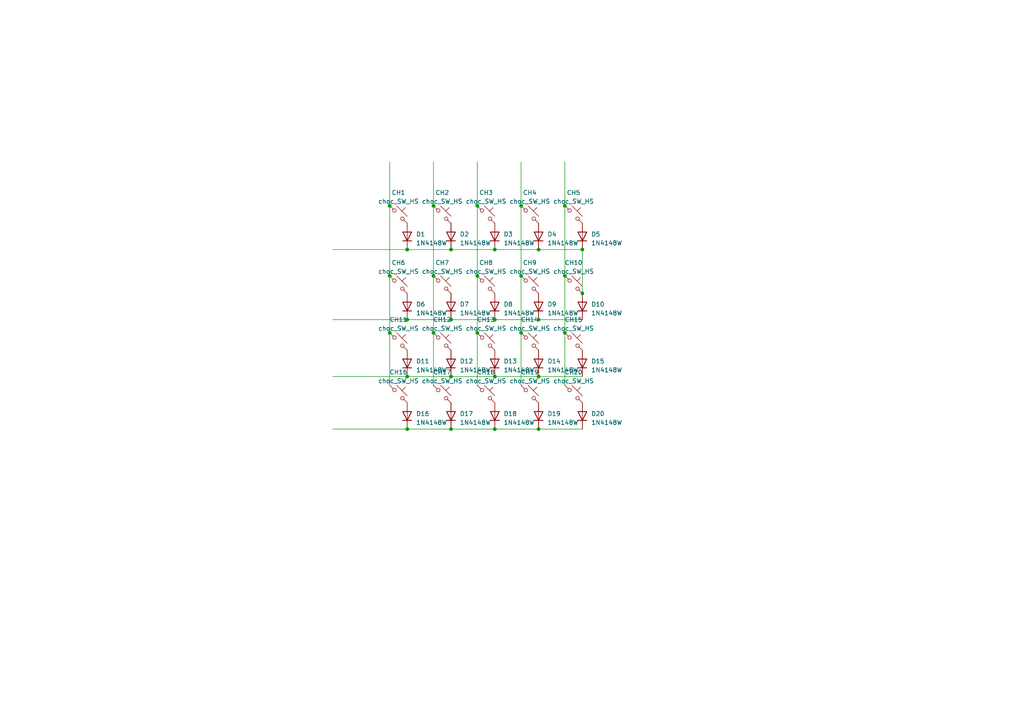
<source format=kicad_sch>
(kicad_sch (version 20230121) (generator eeschema)

  (uuid 421608ca-9a3c-4d1b-b2b5-d6b876052075)

  (paper "A4")

  (lib_symbols
    (symbol "Diode:1N4148W" (pin_numbers hide) (pin_names hide) (in_bom yes) (on_board yes)
      (property "Reference" "D" (at 0 2.54 0)
        (effects (font (size 1.27 1.27)))
      )
      (property "Value" "1N4148W" (at 0 -2.54 0)
        (effects (font (size 1.27 1.27)))
      )
      (property "Footprint" "Diode_SMD:D_SOD-123" (at 0 -4.445 0)
        (effects (font (size 1.27 1.27)) hide)
      )
      (property "Datasheet" "https://www.vishay.com/docs/85748/1n4148w.pdf" (at 0 0 0)
        (effects (font (size 1.27 1.27)) hide)
      )
      (property "Sim.Device" "D" (at 0 0 0)
        (effects (font (size 1.27 1.27)) hide)
      )
      (property "Sim.Pins" "1=K 2=A" (at 0 0 0)
        (effects (font (size 1.27 1.27)) hide)
      )
      (property "ki_keywords" "diode" (at 0 0 0)
        (effects (font (size 1.27 1.27)) hide)
      )
      (property "ki_description" "75V 0.15A Fast Switching Diode, SOD-123" (at 0 0 0)
        (effects (font (size 1.27 1.27)) hide)
      )
      (property "ki_fp_filters" "D*SOD?123*" (at 0 0 0)
        (effects (font (size 1.27 1.27)) hide)
      )
      (symbol "1N4148W_0_1"
        (polyline
          (pts
            (xy -1.27 1.27)
            (xy -1.27 -1.27)
          )
          (stroke (width 0.254) (type default))
          (fill (type none))
        )
        (polyline
          (pts
            (xy 1.27 0)
            (xy -1.27 0)
          )
          (stroke (width 0) (type default))
          (fill (type none))
        )
        (polyline
          (pts
            (xy 1.27 1.27)
            (xy 1.27 -1.27)
            (xy -1.27 0)
            (xy 1.27 1.27)
          )
          (stroke (width 0.254) (type default))
          (fill (type none))
        )
      )
      (symbol "1N4148W_1_1"
        (pin passive line (at -3.81 0 0) (length 2.54)
          (name "K" (effects (font (size 1.27 1.27))))
          (number "1" (effects (font (size 1.27 1.27))))
        )
        (pin passive line (at 3.81 0 180) (length 2.54)
          (name "A" (effects (font (size 1.27 1.27))))
          (number "2" (effects (font (size 1.27 1.27))))
        )
      )
    )
    (symbol "PCM_marbastlib-choc:choc_SW_HS" (pin_numbers hide) (pin_names (offset 1.016) hide) (in_bom yes) (on_board yes)
      (property "Reference" "CH" (at 3.048 1.016 0)
        (effects (font (size 1.27 1.27)) (justify left))
      )
      (property "Value" "choc_SW_HS" (at 0 -3.81 0)
        (effects (font (size 1.27 1.27)))
      )
      (property "Footprint" "PCM_marbastlib-choc:SW_choc_v1_HS_1u" (at 0 0 0)
        (effects (font (size 1.27 1.27)) hide)
      )
      (property "Datasheet" "~" (at 0 0 0)
        (effects (font (size 1.27 1.27)) hide)
      )
      (property "ki_keywords" "switch normally-open pushbutton push-button" (at 0 0 0)
        (effects (font (size 1.27 1.27)) hide)
      )
      (property "ki_description" "Push button switch, normally open, two pins, 45° tilted" (at 0 0 0)
        (effects (font (size 1.27 1.27)) hide)
      )
      (symbol "choc_SW_HS_0_1"
        (circle (center -1.1684 1.1684) (radius 0.508)
          (stroke (width 0) (type default))
          (fill (type none))
        )
        (polyline
          (pts
            (xy -0.508 2.54)
            (xy 2.54 -0.508)
          )
          (stroke (width 0) (type default))
          (fill (type none))
        )
        (polyline
          (pts
            (xy 1.016 1.016)
            (xy 2.032 2.032)
          )
          (stroke (width 0) (type default))
          (fill (type none))
        )
        (polyline
          (pts
            (xy -2.54 2.54)
            (xy -1.524 1.524)
            (xy -1.524 1.524)
          )
          (stroke (width 0) (type default))
          (fill (type none))
        )
        (polyline
          (pts
            (xy 1.524 -1.524)
            (xy 2.54 -2.54)
            (xy 2.54 -2.54)
            (xy 2.54 -2.54)
          )
          (stroke (width 0) (type default))
          (fill (type none))
        )
        (circle (center 1.143 -1.1938) (radius 0.508)
          (stroke (width 0) (type default))
          (fill (type none))
        )
        (pin passive line (at -2.54 2.54 0) (length 0)
          (name "1" (effects (font (size 1.27 1.27))))
          (number "1" (effects (font (size 1.27 1.27))))
        )
        (pin passive line (at 2.54 -2.54 180) (length 0)
          (name "2" (effects (font (size 1.27 1.27))))
          (number "2" (effects (font (size 1.27 1.27))))
        )
      )
    )
  )

  (junction (at 163.83 80.01) (diameter 0) (color 0 0 0 0)
    (uuid 127a9d35-c3f5-42ca-94cf-c46ec9413cec)
  )
  (junction (at 163.83 96.52) (diameter 0) (color 0 0 0 0)
    (uuid 150fcc10-04dc-4f0e-ac49-515d438ac13f)
  )
  (junction (at 118.11 92.71) (diameter 0) (color 0 0 0 0)
    (uuid 1de8b179-0206-4ab0-9988-c707f2a49f96)
  )
  (junction (at 130.81 124.46) (diameter 0) (color 0 0 0 0)
    (uuid 1f21014e-cf56-4c99-a5a9-8f622ba06e35)
  )
  (junction (at 113.03 59.69) (diameter 0) (color 0 0 0 0)
    (uuid 23b83e1e-ad99-49d3-8a25-71beddf34b75)
  )
  (junction (at 138.43 96.52) (diameter 0) (color 0 0 0 0)
    (uuid 259bcf54-00f2-4768-b187-1bf8cb04a1d4)
  )
  (junction (at 118.11 124.46) (diameter 0) (color 0 0 0 0)
    (uuid 2be98671-7450-4160-a785-f386692c179a)
  )
  (junction (at 168.91 72.39) (diameter 0) (color 0 0 0 0)
    (uuid 3dfd82e7-7784-42fa-a1f5-f2398516af28)
  )
  (junction (at 156.21 72.39) (diameter 0) (color 0 0 0 0)
    (uuid 3ef6893d-8d62-4e09-a7e2-7f409adfdd16)
  )
  (junction (at 130.81 92.71) (diameter 0) (color 0 0 0 0)
    (uuid 4b116eff-12d8-4080-8b85-374549b82a96)
  )
  (junction (at 143.51 92.71) (diameter 0) (color 0 0 0 0)
    (uuid 4c6d8ace-f6bc-46bc-a05e-14ca84b01be9)
  )
  (junction (at 113.03 80.01) (diameter 0) (color 0 0 0 0)
    (uuid 4e497ae9-7c24-44c4-a522-d7b48de6131a)
  )
  (junction (at 151.13 80.01) (diameter 0) (color 0 0 0 0)
    (uuid 829611a4-05c5-470b-a0c8-4ad7cc21df08)
  )
  (junction (at 168.91 85.09) (diameter 0) (color 0 0 0 0)
    (uuid 848de5e8-f0ba-403c-a2fc-bdcdb70d88f5)
  )
  (junction (at 118.11 109.22) (diameter 0) (color 0 0 0 0)
    (uuid 8571877a-09a8-441c-8c73-0ac2fdca47cd)
  )
  (junction (at 130.81 109.22) (diameter 0) (color 0 0 0 0)
    (uuid 88ed622d-172d-4d3b-803a-03c5a3d09710)
  )
  (junction (at 118.11 72.39) (diameter 0) (color 0 0 0 0)
    (uuid 9922b180-4410-45ad-8c59-80a250a1e801)
  )
  (junction (at 143.51 72.39) (diameter 0) (color 0 0 0 0)
    (uuid b2dcb125-3784-4379-aa63-cd55d20d62a4)
  )
  (junction (at 113.03 96.52) (diameter 0) (color 0 0 0 0)
    (uuid b799c451-189b-4267-8a51-e8570658493f)
  )
  (junction (at 125.73 59.69) (diameter 0) (color 0 0 0 0)
    (uuid b7d32b14-78c9-4910-b6cf-3eaf3a5ebc88)
  )
  (junction (at 151.13 59.69) (diameter 0) (color 0 0 0 0)
    (uuid bdc81d1f-e73f-429e-bae3-e77ff3ae7542)
  )
  (junction (at 156.21 109.22) (diameter 0) (color 0 0 0 0)
    (uuid bf1ef643-85fd-4611-b97f-d4b229eb67a9)
  )
  (junction (at 125.73 80.01) (diameter 0) (color 0 0 0 0)
    (uuid c5fac264-6c58-4aee-a083-2a8447ddde23)
  )
  (junction (at 138.43 59.69) (diameter 0) (color 0 0 0 0)
    (uuid d170d28c-4879-4a79-8d16-67a13573fad8)
  )
  (junction (at 125.73 96.52) (diameter 0) (color 0 0 0 0)
    (uuid d1927a91-45de-4b11-9a3e-15e958d90539)
  )
  (junction (at 156.21 124.46) (diameter 0) (color 0 0 0 0)
    (uuid dd7b63ec-25c2-4b93-84b0-0f8665a19e3f)
  )
  (junction (at 138.43 80.01) (diameter 0) (color 0 0 0 0)
    (uuid de083851-6a60-4201-b91d-60df49870b34)
  )
  (junction (at 156.21 92.71) (diameter 0) (color 0 0 0 0)
    (uuid de8dfccc-fef7-4694-ac4d-882d9fe9d593)
  )
  (junction (at 143.51 124.46) (diameter 0) (color 0 0 0 0)
    (uuid e3d10dab-6a6f-4f52-8f2e-2f21ade899b1)
  )
  (junction (at 163.83 59.69) (diameter 0) (color 0 0 0 0)
    (uuid e6a2c67d-da3b-4d0f-a102-64e556b0ff7f)
  )
  (junction (at 151.13 96.52) (diameter 0) (color 0 0 0 0)
    (uuid e7010cb3-4fa3-4618-b527-e81f18405afd)
  )
  (junction (at 143.51 109.22) (diameter 0) (color 0 0 0 0)
    (uuid fa9f5c6c-5c44-4170-a378-aaff2de2c82a)
  )
  (junction (at 130.81 72.39) (diameter 0) (color 0 0 0 0)
    (uuid fcc36bba-888b-4068-b2ff-f1f68966b51a)
  )

  (wire (pts (xy 156.21 92.71) (xy 168.91 92.71))
    (stroke (width 0) (type default))
    (uuid 06c48832-d92f-4e50-9aab-5647ca3f3b86)
  )
  (wire (pts (xy 96.52 109.22) (xy 118.11 109.22))
    (stroke (width 0) (type default))
    (uuid 10cf1bc1-d866-4e7b-8d38-6d1f1d08587f)
  )
  (wire (pts (xy 156.21 124.46) (xy 168.91 124.46))
    (stroke (width 0) (type default))
    (uuid 149c0381-baaf-4d65-9a33-12ca75234e15)
  )
  (wire (pts (xy 151.13 80.01) (xy 151.13 96.52))
    (stroke (width 0) (type default))
    (uuid 18424cbe-eead-4341-8e27-91a908e929e8)
  )
  (wire (pts (xy 143.51 72.39) (xy 156.21 72.39))
    (stroke (width 0) (type default))
    (uuid 2435ded5-ad51-401b-8e1d-79eab6127d50)
  )
  (wire (pts (xy 138.43 80.01) (xy 138.43 96.52))
    (stroke (width 0) (type default))
    (uuid 2498e851-47b3-496f-988e-2e30d1ef9dab)
  )
  (wire (pts (xy 156.21 72.39) (xy 168.91 72.39))
    (stroke (width 0) (type default))
    (uuid 29fbbdd1-c570-4955-958b-598d3bb25c24)
  )
  (wire (pts (xy 118.11 124.46) (xy 130.81 124.46))
    (stroke (width 0) (type default))
    (uuid 2af41476-75eb-4aa3-849c-83ea37296a42)
  )
  (wire (pts (xy 168.91 72.39) (xy 168.91 85.09))
    (stroke (width 0) (type default))
    (uuid 2b62d871-8e60-4c1b-88a3-60868389e50c)
  )
  (wire (pts (xy 156.21 109.22) (xy 168.91 109.22))
    (stroke (width 0) (type default))
    (uuid 2cf5ce96-ddcc-420c-aca3-45bdf6eedd6a)
  )
  (wire (pts (xy 118.11 92.71) (xy 130.81 92.71))
    (stroke (width 0) (type default))
    (uuid 30307ed7-5441-4d33-847d-06e1ecb169e5)
  )
  (wire (pts (xy 113.03 59.69) (xy 113.03 80.01))
    (stroke (width 0) (type default))
    (uuid 32628125-c41b-4dda-a305-a107486ca663)
  )
  (wire (pts (xy 151.13 96.52) (xy 151.13 111.76))
    (stroke (width 0) (type default))
    (uuid 44e62bc3-9b96-4d81-b003-a981770197c5)
  )
  (wire (pts (xy 151.13 59.69) (xy 151.13 80.01))
    (stroke (width 0) (type default))
    (uuid 4dfab31f-c208-4675-b109-c3e928ad579d)
  )
  (wire (pts (xy 125.73 96.52) (xy 125.73 111.76))
    (stroke (width 0) (type default))
    (uuid 4e78349c-61b4-4b1f-97da-a3de4209b3c3)
  )
  (wire (pts (xy 163.83 111.76) (xy 163.83 96.52))
    (stroke (width 0) (type default))
    (uuid 51a5e728-eb12-43e1-a31e-61fef750e0a5)
  )
  (wire (pts (xy 163.83 59.69) (xy 163.83 46.99))
    (stroke (width 0) (type default))
    (uuid 582555d8-0b72-4f6f-8b06-93d269d564d8)
  )
  (wire (pts (xy 163.83 96.52) (xy 163.83 80.01))
    (stroke (width 0) (type default))
    (uuid 58f07e47-61ed-4fb0-a35f-2bcdfc67d87d)
  )
  (wire (pts (xy 130.81 92.71) (xy 143.51 92.71))
    (stroke (width 0) (type default))
    (uuid 5e0a70e0-f919-45e0-90f5-695b14324720)
  )
  (wire (pts (xy 130.81 72.39) (xy 143.51 72.39))
    (stroke (width 0) (type default))
    (uuid 60395942-0262-4a35-b6b1-0f1f9d779eb8)
  )
  (wire (pts (xy 96.52 124.46) (xy 118.11 124.46))
    (stroke (width 0) (type default))
    (uuid 655903a4-e519-4ee9-a3ac-a3b0b09e6410)
  )
  (wire (pts (xy 118.11 72.39) (xy 130.81 72.39))
    (stroke (width 0) (type default))
    (uuid 78089edc-f1a5-44cc-8a06-4d27762e6718)
  )
  (wire (pts (xy 143.51 124.46) (xy 156.21 124.46))
    (stroke (width 0) (type default))
    (uuid 78c2ba49-adf3-4519-9916-eee90a0058ce)
  )
  (wire (pts (xy 125.73 80.01) (xy 125.73 96.52))
    (stroke (width 0) (type default))
    (uuid 81dff8a7-e24f-4fe8-b968-653e692b336c)
  )
  (wire (pts (xy 163.83 80.01) (xy 163.83 59.69))
    (stroke (width 0) (type default))
    (uuid 86f0a456-e8df-4c86-96e6-df5f0bb2d1dd)
  )
  (wire (pts (xy 143.51 92.71) (xy 156.21 92.71))
    (stroke (width 0) (type default))
    (uuid 89bd8861-0485-4f5c-a553-4d5a9b817508)
  )
  (wire (pts (xy 130.81 124.46) (xy 143.51 124.46))
    (stroke (width 0) (type default))
    (uuid 985494c8-aa9b-4527-8da6-89e54d6a8ceb)
  )
  (wire (pts (xy 143.51 109.22) (xy 156.21 109.22))
    (stroke (width 0) (type default))
    (uuid 98c24811-e687-4e8d-ae38-3f8de78294fb)
  )
  (wire (pts (xy 113.03 46.99) (xy 113.03 59.69))
    (stroke (width 0) (type default))
    (uuid a3de55af-f859-4406-86e9-84bffb183b51)
  )
  (wire (pts (xy 96.52 72.39) (xy 118.11 72.39))
    (stroke (width 0) (type default))
    (uuid a4239920-f0bb-4c02-b005-c1e7a7740892)
  )
  (wire (pts (xy 138.43 59.69) (xy 138.43 80.01))
    (stroke (width 0) (type default))
    (uuid b7f159ae-4204-4f09-82ba-78230383c34c)
  )
  (wire (pts (xy 125.73 46.99) (xy 125.73 59.69))
    (stroke (width 0) (type default))
    (uuid bfde6698-d8d0-4d51-ac34-e39adfadfa06)
  )
  (wire (pts (xy 138.43 46.99) (xy 138.43 59.69))
    (stroke (width 0) (type default))
    (uuid c4e6f7ae-2a12-4d65-8c26-b1c94ef4f449)
  )
  (wire (pts (xy 96.52 92.71) (xy 118.11 92.71))
    (stroke (width 0) (type default))
    (uuid cde7572f-0442-4622-ad5a-85a468e13082)
  )
  (wire (pts (xy 125.73 59.69) (xy 125.73 80.01))
    (stroke (width 0) (type default))
    (uuid d2386bc6-6024-4070-a32a-d0b7c761b229)
  )
  (wire (pts (xy 113.03 96.52) (xy 113.03 111.76))
    (stroke (width 0) (type default))
    (uuid d4432053-58f0-4495-bac7-dcf5ac79ee30)
  )
  (wire (pts (xy 130.81 109.22) (xy 143.51 109.22))
    (stroke (width 0) (type default))
    (uuid d5d13608-01ee-4aa2-95ab-dd7b76495ab8)
  )
  (wire (pts (xy 118.11 109.22) (xy 130.81 109.22))
    (stroke (width 0) (type default))
    (uuid dd5298e1-2f52-44e8-9e57-79f59dfb4545)
  )
  (wire (pts (xy 113.03 80.01) (xy 113.03 96.52))
    (stroke (width 0) (type default))
    (uuid ee2d19e3-d0cb-40ad-b9b6-32aefa79e475)
  )
  (wire (pts (xy 151.13 46.99) (xy 151.13 59.69))
    (stroke (width 0) (type default))
    (uuid f6983ed3-121b-405e-aef3-bb2d24b71306)
  )
  (wire (pts (xy 138.43 96.52) (xy 138.43 111.76))
    (stroke (width 0) (type default))
    (uuid fc125e05-e48d-43cd-9c58-735115a6d958)
  )

  (symbol (lib_id "Diode:1N4148W") (at 118.11 120.65 90) (unit 1)
    (in_bom yes) (on_board yes) (dnp no) (fields_autoplaced)
    (uuid 006ed028-48c2-42db-8d31-d327b5c6a3e7)
    (property "Reference" "D16" (at 120.65 120.015 90)
      (effects (font (size 1.27 1.27)) (justify right))
    )
    (property "Value" "1N4148W" (at 120.65 122.555 90)
      (effects (font (size 1.27 1.27)) (justify right))
    )
    (property "Footprint" "Diode_SMD:D_SOD-123" (at 122.555 120.65 0)
      (effects (font (size 1.27 1.27)) hide)
    )
    (property "Datasheet" "https://www.vishay.com/docs/85748/1n4148w.pdf" (at 118.11 120.65 0)
      (effects (font (size 1.27 1.27)) hide)
    )
    (property "Sim.Device" "D" (at 118.11 120.65 0)
      (effects (font (size 1.27 1.27)) hide)
    )
    (property "Sim.Pins" "1=K 2=A" (at 118.11 120.65 0)
      (effects (font (size 1.27 1.27)) hide)
    )
    (pin "1" (uuid 0f707b08-8ecf-46ea-9c9c-b5e9c60ff26c))
    (pin "2" (uuid 410a3134-63f6-45b1-9724-116065c0fe3e))
    (instances
      (project "mikeyboard"
        (path "/421608ca-9a3c-4d1b-b2b5-d6b876052075"
          (reference "D16") (unit 1)
        )
      )
    )
  )

  (symbol (lib_id "PCM_marbastlib-choc:choc_SW_HS") (at 128.27 82.55 0) (unit 1)
    (in_bom yes) (on_board yes) (dnp no) (fields_autoplaced)
    (uuid 080c36e6-d8f3-4ff9-848b-cea8b43eeb90)
    (property "Reference" "CH7" (at 128.27 76.2 0)
      (effects (font (size 1.27 1.27)))
    )
    (property "Value" "choc_SW_HS" (at 128.27 78.74 0)
      (effects (font (size 1.27 1.27)))
    )
    (property "Footprint" "PCM_marbastlib-choc:SW_choc_v1_HS_1u" (at 128.27 82.55 0)
      (effects (font (size 1.27 1.27)) hide)
    )
    (property "Datasheet" "~" (at 128.27 82.55 0)
      (effects (font (size 1.27 1.27)) hide)
    )
    (pin "1" (uuid 4dc4456b-3578-4f26-aedb-6e4becce7f59))
    (pin "2" (uuid 88bf3649-19e0-4e8f-aeaa-32786684c877))
    (instances
      (project "mikeyboard"
        (path "/421608ca-9a3c-4d1b-b2b5-d6b876052075"
          (reference "CH7") (unit 1)
        )
      )
    )
  )

  (symbol (lib_id "Diode:1N4148W") (at 168.91 68.58 90) (unit 1)
    (in_bom yes) (on_board yes) (dnp no) (fields_autoplaced)
    (uuid 0e10c8ea-e8d6-41bd-8d53-15022dd288fc)
    (property "Reference" "D5" (at 171.45 67.945 90)
      (effects (font (size 1.27 1.27)) (justify right))
    )
    (property "Value" "1N4148W" (at 171.45 70.485 90)
      (effects (font (size 1.27 1.27)) (justify right))
    )
    (property "Footprint" "Diode_SMD:D_SOD-123" (at 173.355 68.58 0)
      (effects (font (size 1.27 1.27)) hide)
    )
    (property "Datasheet" "https://www.vishay.com/docs/85748/1n4148w.pdf" (at 168.91 68.58 0)
      (effects (font (size 1.27 1.27)) hide)
    )
    (property "Sim.Device" "D" (at 168.91 68.58 0)
      (effects (font (size 1.27 1.27)) hide)
    )
    (property "Sim.Pins" "1=K 2=A" (at 168.91 68.58 0)
      (effects (font (size 1.27 1.27)) hide)
    )
    (pin "1" (uuid 78637c09-863a-40d9-8151-c4adc6b37174))
    (pin "2" (uuid 516afa62-b0a9-4f85-bb00-f5cfe6154bf1))
    (instances
      (project "mikeyboard"
        (path "/421608ca-9a3c-4d1b-b2b5-d6b876052075"
          (reference "D5") (unit 1)
        )
      )
    )
  )

  (symbol (lib_id "PCM_marbastlib-choc:choc_SW_HS") (at 153.67 82.55 0) (unit 1)
    (in_bom yes) (on_board yes) (dnp no) (fields_autoplaced)
    (uuid 181d7f84-e15b-4df6-ad33-cd4682886cc9)
    (property "Reference" "CH9" (at 153.67 76.2 0)
      (effects (font (size 1.27 1.27)))
    )
    (property "Value" "choc_SW_HS" (at 153.67 78.74 0)
      (effects (font (size 1.27 1.27)))
    )
    (property "Footprint" "PCM_marbastlib-choc:SW_choc_v1_HS_1u" (at 153.67 82.55 0)
      (effects (font (size 1.27 1.27)) hide)
    )
    (property "Datasheet" "~" (at 153.67 82.55 0)
      (effects (font (size 1.27 1.27)) hide)
    )
    (pin "1" (uuid ffd0461c-9b27-43d8-bced-f9812b9ea24d))
    (pin "2" (uuid 3fafb739-3924-469e-bfa3-ba503e7d671f))
    (instances
      (project "mikeyboard"
        (path "/421608ca-9a3c-4d1b-b2b5-d6b876052075"
          (reference "CH9") (unit 1)
        )
      )
    )
  )

  (symbol (lib_id "Diode:1N4148W") (at 143.51 68.58 90) (unit 1)
    (in_bom yes) (on_board yes) (dnp no) (fields_autoplaced)
    (uuid 189a1492-596e-45ab-b85b-0bdad99314fd)
    (property "Reference" "D3" (at 146.05 67.945 90)
      (effects (font (size 1.27 1.27)) (justify right))
    )
    (property "Value" "1N4148W" (at 146.05 70.485 90)
      (effects (font (size 1.27 1.27)) (justify right))
    )
    (property "Footprint" "Diode_SMD:D_SOD-123" (at 147.955 68.58 0)
      (effects (font (size 1.27 1.27)) hide)
    )
    (property "Datasheet" "https://www.vishay.com/docs/85748/1n4148w.pdf" (at 143.51 68.58 0)
      (effects (font (size 1.27 1.27)) hide)
    )
    (property "Sim.Device" "D" (at 143.51 68.58 0)
      (effects (font (size 1.27 1.27)) hide)
    )
    (property "Sim.Pins" "1=K 2=A" (at 143.51 68.58 0)
      (effects (font (size 1.27 1.27)) hide)
    )
    (pin "1" (uuid 57c99018-594c-4d72-9a32-b2193e839266))
    (pin "2" (uuid a54cd193-b5ec-4900-914d-6c9c3f483aac))
    (instances
      (project "mikeyboard"
        (path "/421608ca-9a3c-4d1b-b2b5-d6b876052075"
          (reference "D3") (unit 1)
        )
      )
    )
  )

  (symbol (lib_id "Diode:1N4148W") (at 156.21 68.58 90) (unit 1)
    (in_bom yes) (on_board yes) (dnp no) (fields_autoplaced)
    (uuid 1b225300-f64e-4c7a-965b-aa9a6c61da3b)
    (property "Reference" "D4" (at 158.75 67.945 90)
      (effects (font (size 1.27 1.27)) (justify right))
    )
    (property "Value" "1N4148W" (at 158.75 70.485 90)
      (effects (font (size 1.27 1.27)) (justify right))
    )
    (property "Footprint" "Diode_SMD:D_SOD-123" (at 160.655 68.58 0)
      (effects (font (size 1.27 1.27)) hide)
    )
    (property "Datasheet" "https://www.vishay.com/docs/85748/1n4148w.pdf" (at 156.21 68.58 0)
      (effects (font (size 1.27 1.27)) hide)
    )
    (property "Sim.Device" "D" (at 156.21 68.58 0)
      (effects (font (size 1.27 1.27)) hide)
    )
    (property "Sim.Pins" "1=K 2=A" (at 156.21 68.58 0)
      (effects (font (size 1.27 1.27)) hide)
    )
    (pin "1" (uuid 7447c623-b1f1-46eb-8458-c4ecf6c46d87))
    (pin "2" (uuid 2c4fb193-06b6-4c5b-9e92-8dfdecd772f3))
    (instances
      (project "mikeyboard"
        (path "/421608ca-9a3c-4d1b-b2b5-d6b876052075"
          (reference "D4") (unit 1)
        )
      )
    )
  )

  (symbol (lib_id "Diode:1N4148W") (at 156.21 88.9 90) (unit 1)
    (in_bom yes) (on_board yes) (dnp no) (fields_autoplaced)
    (uuid 1d399f7d-3072-432d-960f-0eac659e9ea7)
    (property "Reference" "D9" (at 158.75 88.265 90)
      (effects (font (size 1.27 1.27)) (justify right))
    )
    (property "Value" "1N4148W" (at 158.75 90.805 90)
      (effects (font (size 1.27 1.27)) (justify right))
    )
    (property "Footprint" "Diode_SMD:D_SOD-123" (at 160.655 88.9 0)
      (effects (font (size 1.27 1.27)) hide)
    )
    (property "Datasheet" "https://www.vishay.com/docs/85748/1n4148w.pdf" (at 156.21 88.9 0)
      (effects (font (size 1.27 1.27)) hide)
    )
    (property "Sim.Device" "D" (at 156.21 88.9 0)
      (effects (font (size 1.27 1.27)) hide)
    )
    (property "Sim.Pins" "1=K 2=A" (at 156.21 88.9 0)
      (effects (font (size 1.27 1.27)) hide)
    )
    (pin "1" (uuid 456a09dc-d95b-427d-b6ff-3307bbc67c3c))
    (pin "2" (uuid 5eb3ea4e-9a6f-4078-b9c1-65bbd1de3f34))
    (instances
      (project "mikeyboard"
        (path "/421608ca-9a3c-4d1b-b2b5-d6b876052075"
          (reference "D9") (unit 1)
        )
      )
    )
  )

  (symbol (lib_id "PCM_marbastlib-choc:choc_SW_HS") (at 166.37 62.23 0) (unit 1)
    (in_bom yes) (on_board yes) (dnp no) (fields_autoplaced)
    (uuid 2ec55012-5479-43f9-83e7-e6931c3bda20)
    (property "Reference" "CH5" (at 166.37 55.88 0)
      (effects (font (size 1.27 1.27)))
    )
    (property "Value" "choc_SW_HS" (at 166.37 58.42 0)
      (effects (font (size 1.27 1.27)))
    )
    (property "Footprint" "PCM_marbastlib-choc:SW_choc_v1_HS_1u" (at 166.37 62.23 0)
      (effects (font (size 1.27 1.27)) hide)
    )
    (property "Datasheet" "~" (at 166.37 62.23 0)
      (effects (font (size 1.27 1.27)) hide)
    )
    (pin "1" (uuid 3fd43b87-d6be-4145-832c-e5451f35a4d8))
    (pin "2" (uuid 5ca0c354-8fd0-4798-8c6b-0cfde9a4d7a6))
    (instances
      (project "mikeyboard"
        (path "/421608ca-9a3c-4d1b-b2b5-d6b876052075"
          (reference "CH5") (unit 1)
        )
      )
    )
  )

  (symbol (lib_id "Diode:1N4148W") (at 156.21 105.41 90) (unit 1)
    (in_bom yes) (on_board yes) (dnp no) (fields_autoplaced)
    (uuid 4427c183-7bea-446e-b151-cfc0bc817806)
    (property "Reference" "D14" (at 158.75 104.775 90)
      (effects (font (size 1.27 1.27)) (justify right))
    )
    (property "Value" "1N4148W" (at 158.75 107.315 90)
      (effects (font (size 1.27 1.27)) (justify right))
    )
    (property "Footprint" "Diode_SMD:D_SOD-123" (at 160.655 105.41 0)
      (effects (font (size 1.27 1.27)) hide)
    )
    (property "Datasheet" "https://www.vishay.com/docs/85748/1n4148w.pdf" (at 156.21 105.41 0)
      (effects (font (size 1.27 1.27)) hide)
    )
    (property "Sim.Device" "D" (at 156.21 105.41 0)
      (effects (font (size 1.27 1.27)) hide)
    )
    (property "Sim.Pins" "1=K 2=A" (at 156.21 105.41 0)
      (effects (font (size 1.27 1.27)) hide)
    )
    (pin "1" (uuid faee8908-72df-443c-bb51-de68c982d783))
    (pin "2" (uuid 0968418e-e2b9-44e4-9bd5-1c17a5ee20ee))
    (instances
      (project "mikeyboard"
        (path "/421608ca-9a3c-4d1b-b2b5-d6b876052075"
          (reference "D14") (unit 1)
        )
      )
    )
  )

  (symbol (lib_id "Diode:1N4148W") (at 168.91 105.41 90) (unit 1)
    (in_bom yes) (on_board yes) (dnp no) (fields_autoplaced)
    (uuid 4a85d62d-6ea0-4f7e-9c93-ab24d23cf854)
    (property "Reference" "D15" (at 171.45 104.775 90)
      (effects (font (size 1.27 1.27)) (justify right))
    )
    (property "Value" "1N4148W" (at 171.45 107.315 90)
      (effects (font (size 1.27 1.27)) (justify right))
    )
    (property "Footprint" "Diode_SMD:D_SOD-123" (at 173.355 105.41 0)
      (effects (font (size 1.27 1.27)) hide)
    )
    (property "Datasheet" "https://www.vishay.com/docs/85748/1n4148w.pdf" (at 168.91 105.41 0)
      (effects (font (size 1.27 1.27)) hide)
    )
    (property "Sim.Device" "D" (at 168.91 105.41 0)
      (effects (font (size 1.27 1.27)) hide)
    )
    (property "Sim.Pins" "1=K 2=A" (at 168.91 105.41 0)
      (effects (font (size 1.27 1.27)) hide)
    )
    (pin "1" (uuid 85befd50-956a-4260-9bfb-cd8cd414ec3a))
    (pin "2" (uuid d44c820d-c4a0-4927-b87c-dd42b597fcc2))
    (instances
      (project "mikeyboard"
        (path "/421608ca-9a3c-4d1b-b2b5-d6b876052075"
          (reference "D15") (unit 1)
        )
      )
    )
  )

  (symbol (lib_id "PCM_marbastlib-choc:choc_SW_HS") (at 153.67 114.3 0) (unit 1)
    (in_bom yes) (on_board yes) (dnp no) (fields_autoplaced)
    (uuid 4c87c39b-cbc7-4fe5-9d91-82e81e6fd29d)
    (property "Reference" "CH19" (at 153.67 107.95 0)
      (effects (font (size 1.27 1.27)))
    )
    (property "Value" "choc_SW_HS" (at 153.67 110.49 0)
      (effects (font (size 1.27 1.27)))
    )
    (property "Footprint" "PCM_marbastlib-choc:SW_choc_v1_HS_1u" (at 153.67 114.3 0)
      (effects (font (size 1.27 1.27)) hide)
    )
    (property "Datasheet" "~" (at 153.67 114.3 0)
      (effects (font (size 1.27 1.27)) hide)
    )
    (pin "1" (uuid f6ebacef-68b9-49b9-be81-149586b6354d))
    (pin "2" (uuid d4c09de0-8ba4-439b-8ec9-27b3b1a38c2c))
    (instances
      (project "mikeyboard"
        (path "/421608ca-9a3c-4d1b-b2b5-d6b876052075"
          (reference "CH19") (unit 1)
        )
      )
    )
  )

  (symbol (lib_id "PCM_marbastlib-choc:choc_SW_HS") (at 166.37 99.06 0) (unit 1)
    (in_bom yes) (on_board yes) (dnp no) (fields_autoplaced)
    (uuid 4df8f091-6615-44ea-aa28-b64132c3e204)
    (property "Reference" "CH15" (at 166.37 92.71 0)
      (effects (font (size 1.27 1.27)))
    )
    (property "Value" "choc_SW_HS" (at 166.37 95.25 0)
      (effects (font (size 1.27 1.27)))
    )
    (property "Footprint" "PCM_marbastlib-choc:SW_choc_v1_HS_1u" (at 166.37 99.06 0)
      (effects (font (size 1.27 1.27)) hide)
    )
    (property "Datasheet" "~" (at 166.37 99.06 0)
      (effects (font (size 1.27 1.27)) hide)
    )
    (pin "1" (uuid 7c9b845a-f4d4-40ab-a86b-7b123b38a98e))
    (pin "2" (uuid f5e1c2ec-21ab-4278-89bd-d10c37a108d1))
    (instances
      (project "mikeyboard"
        (path "/421608ca-9a3c-4d1b-b2b5-d6b876052075"
          (reference "CH15") (unit 1)
        )
      )
    )
  )

  (symbol (lib_id "PCM_marbastlib-choc:choc_SW_HS") (at 153.67 99.06 0) (unit 1)
    (in_bom yes) (on_board yes) (dnp no) (fields_autoplaced)
    (uuid 54907126-2a53-4857-9d3e-a66021579bab)
    (property "Reference" "CH14" (at 153.67 92.71 0)
      (effects (font (size 1.27 1.27)))
    )
    (property "Value" "choc_SW_HS" (at 153.67 95.25 0)
      (effects (font (size 1.27 1.27)))
    )
    (property "Footprint" "PCM_marbastlib-choc:SW_choc_v1_HS_1u" (at 153.67 99.06 0)
      (effects (font (size 1.27 1.27)) hide)
    )
    (property "Datasheet" "~" (at 153.67 99.06 0)
      (effects (font (size 1.27 1.27)) hide)
    )
    (pin "1" (uuid c7682342-457f-4960-a782-3099db60dedd))
    (pin "2" (uuid 80df9eb7-41af-4de2-930a-0803f55abce8))
    (instances
      (project "mikeyboard"
        (path "/421608ca-9a3c-4d1b-b2b5-d6b876052075"
          (reference "CH14") (unit 1)
        )
      )
    )
  )

  (symbol (lib_id "Diode:1N4148W") (at 143.51 120.65 90) (unit 1)
    (in_bom yes) (on_board yes) (dnp no) (fields_autoplaced)
    (uuid 54e70623-62ba-41e6-833b-2096a3d807c4)
    (property "Reference" "D18" (at 146.05 120.015 90)
      (effects (font (size 1.27 1.27)) (justify right))
    )
    (property "Value" "1N4148W" (at 146.05 122.555 90)
      (effects (font (size 1.27 1.27)) (justify right))
    )
    (property "Footprint" "Diode_SMD:D_SOD-123" (at 147.955 120.65 0)
      (effects (font (size 1.27 1.27)) hide)
    )
    (property "Datasheet" "https://www.vishay.com/docs/85748/1n4148w.pdf" (at 143.51 120.65 0)
      (effects (font (size 1.27 1.27)) hide)
    )
    (property "Sim.Device" "D" (at 143.51 120.65 0)
      (effects (font (size 1.27 1.27)) hide)
    )
    (property "Sim.Pins" "1=K 2=A" (at 143.51 120.65 0)
      (effects (font (size 1.27 1.27)) hide)
    )
    (pin "1" (uuid 58b7d1d1-c45b-42e1-be39-f626475038ac))
    (pin "2" (uuid 87025f85-c420-428a-86e3-7d4816eb4256))
    (instances
      (project "mikeyboard"
        (path "/421608ca-9a3c-4d1b-b2b5-d6b876052075"
          (reference "D18") (unit 1)
        )
      )
    )
  )

  (symbol (lib_id "PCM_marbastlib-choc:choc_SW_HS") (at 115.57 82.55 0) (unit 1)
    (in_bom yes) (on_board yes) (dnp no) (fields_autoplaced)
    (uuid 5592d593-0fc6-4ff4-bbfd-b39359eb7c83)
    (property "Reference" "CH6" (at 115.57 76.2 0)
      (effects (font (size 1.27 1.27)))
    )
    (property "Value" "choc_SW_HS" (at 115.57 78.74 0)
      (effects (font (size 1.27 1.27)))
    )
    (property "Footprint" "PCM_marbastlib-choc:SW_choc_v1_HS_1u" (at 115.57 82.55 0)
      (effects (font (size 1.27 1.27)) hide)
    )
    (property "Datasheet" "~" (at 115.57 82.55 0)
      (effects (font (size 1.27 1.27)) hide)
    )
    (pin "1" (uuid c1103301-3107-4c8a-b97d-5ff3980462b0))
    (pin "2" (uuid 7317178a-254c-4e65-a2f9-63ecadaf7193))
    (instances
      (project "mikeyboard"
        (path "/421608ca-9a3c-4d1b-b2b5-d6b876052075"
          (reference "CH6") (unit 1)
        )
      )
    )
  )

  (symbol (lib_id "PCM_marbastlib-choc:choc_SW_HS") (at 140.97 99.06 0) (unit 1)
    (in_bom yes) (on_board yes) (dnp no) (fields_autoplaced)
    (uuid 6b80c128-a398-4476-b2af-83b7cd3875a7)
    (property "Reference" "CH13" (at 140.97 92.71 0)
      (effects (font (size 1.27 1.27)))
    )
    (property "Value" "choc_SW_HS" (at 140.97 95.25 0)
      (effects (font (size 1.27 1.27)))
    )
    (property "Footprint" "PCM_marbastlib-choc:SW_choc_v1_HS_1u" (at 140.97 99.06 0)
      (effects (font (size 1.27 1.27)) hide)
    )
    (property "Datasheet" "~" (at 140.97 99.06 0)
      (effects (font (size 1.27 1.27)) hide)
    )
    (pin "1" (uuid b6a6730a-b513-4be8-ac6a-cf3450cf67fc))
    (pin "2" (uuid fef173ba-547a-4385-92ab-85edeeb055a6))
    (instances
      (project "mikeyboard"
        (path "/421608ca-9a3c-4d1b-b2b5-d6b876052075"
          (reference "CH13") (unit 1)
        )
      )
    )
  )

  (symbol (lib_id "PCM_marbastlib-choc:choc_SW_HS") (at 115.57 99.06 0) (unit 1)
    (in_bom yes) (on_board yes) (dnp no) (fields_autoplaced)
    (uuid 7818816b-a861-4d11-bc66-4c91e0153176)
    (property "Reference" "CH11" (at 115.57 92.71 0)
      (effects (font (size 1.27 1.27)))
    )
    (property "Value" "choc_SW_HS" (at 115.57 95.25 0)
      (effects (font (size 1.27 1.27)))
    )
    (property "Footprint" "PCM_marbastlib-choc:SW_choc_v1_HS_1u" (at 115.57 99.06 0)
      (effects (font (size 1.27 1.27)) hide)
    )
    (property "Datasheet" "~" (at 115.57 99.06 0)
      (effects (font (size 1.27 1.27)) hide)
    )
    (pin "1" (uuid d4f3534c-d993-4b0e-bd66-c44a8355ca91))
    (pin "2" (uuid 6db1e5e8-de2e-4c55-b9d2-83db567a895e))
    (instances
      (project "mikeyboard"
        (path "/421608ca-9a3c-4d1b-b2b5-d6b876052075"
          (reference "CH11") (unit 1)
        )
      )
    )
  )

  (symbol (lib_id "PCM_marbastlib-choc:choc_SW_HS") (at 128.27 62.23 0) (unit 1)
    (in_bom yes) (on_board yes) (dnp no) (fields_autoplaced)
    (uuid 88cf42b8-c523-4b51-a55d-21e21c00b8ad)
    (property "Reference" "CH2" (at 128.27 55.88 0)
      (effects (font (size 1.27 1.27)))
    )
    (property "Value" "choc_SW_HS" (at 128.27 58.42 0)
      (effects (font (size 1.27 1.27)))
    )
    (property "Footprint" "PCM_marbastlib-choc:SW_choc_v1_HS_1u" (at 128.27 62.23 0)
      (effects (font (size 1.27 1.27)) hide)
    )
    (property "Datasheet" "~" (at 128.27 62.23 0)
      (effects (font (size 1.27 1.27)) hide)
    )
    (pin "1" (uuid 09b36f6c-d8fc-4e38-8178-44d74aa3a106))
    (pin "2" (uuid 4152fd1b-535e-4ba2-8a3b-7d5359d57d7f))
    (instances
      (project "mikeyboard"
        (path "/421608ca-9a3c-4d1b-b2b5-d6b876052075"
          (reference "CH2") (unit 1)
        )
      )
    )
  )

  (symbol (lib_id "PCM_marbastlib-choc:choc_SW_HS") (at 153.67 62.23 0) (unit 1)
    (in_bom yes) (on_board yes) (dnp no) (fields_autoplaced)
    (uuid 8b0aaab9-8aeb-43fc-a67a-784173480478)
    (property "Reference" "CH4" (at 153.67 55.88 0)
      (effects (font (size 1.27 1.27)))
    )
    (property "Value" "choc_SW_HS" (at 153.67 58.42 0)
      (effects (font (size 1.27 1.27)))
    )
    (property "Footprint" "PCM_marbastlib-choc:SW_choc_v1_HS_1u" (at 153.67 62.23 0)
      (effects (font (size 1.27 1.27)) hide)
    )
    (property "Datasheet" "~" (at 153.67 62.23 0)
      (effects (font (size 1.27 1.27)) hide)
    )
    (pin "1" (uuid 5593c867-912e-4afd-8359-19b5897d5c26))
    (pin "2" (uuid c7a29c05-87b4-42c1-a694-21cacb5b64d8))
    (instances
      (project "mikeyboard"
        (path "/421608ca-9a3c-4d1b-b2b5-d6b876052075"
          (reference "CH4") (unit 1)
        )
      )
    )
  )

  (symbol (lib_id "PCM_marbastlib-choc:choc_SW_HS") (at 128.27 114.3 0) (unit 1)
    (in_bom yes) (on_board yes) (dnp no) (fields_autoplaced)
    (uuid 8e2a5e6e-6fe5-43c8-9713-e7f80f49f43f)
    (property "Reference" "CH17" (at 128.27 107.95 0)
      (effects (font (size 1.27 1.27)))
    )
    (property "Value" "choc_SW_HS" (at 128.27 110.49 0)
      (effects (font (size 1.27 1.27)))
    )
    (property "Footprint" "PCM_marbastlib-choc:SW_choc_v1_HS_1u" (at 128.27 114.3 0)
      (effects (font (size 1.27 1.27)) hide)
    )
    (property "Datasheet" "~" (at 128.27 114.3 0)
      (effects (font (size 1.27 1.27)) hide)
    )
    (pin "1" (uuid 4fbb3ba5-b4f4-4cc9-a973-0a41ad5369fb))
    (pin "2" (uuid 263243ae-fdf5-493f-9d49-2d134b90f392))
    (instances
      (project "mikeyboard"
        (path "/421608ca-9a3c-4d1b-b2b5-d6b876052075"
          (reference "CH17") (unit 1)
        )
      )
    )
  )

  (symbol (lib_id "Diode:1N4148W") (at 130.81 88.9 90) (unit 1)
    (in_bom yes) (on_board yes) (dnp no) (fields_autoplaced)
    (uuid 9376da13-7ce9-4258-bf4b-4e59549efcce)
    (property "Reference" "D7" (at 133.35 88.265 90)
      (effects (font (size 1.27 1.27)) (justify right))
    )
    (property "Value" "1N4148W" (at 133.35 90.805 90)
      (effects (font (size 1.27 1.27)) (justify right))
    )
    (property "Footprint" "Diode_SMD:D_SOD-123" (at 135.255 88.9 0)
      (effects (font (size 1.27 1.27)) hide)
    )
    (property "Datasheet" "https://www.vishay.com/docs/85748/1n4148w.pdf" (at 130.81 88.9 0)
      (effects (font (size 1.27 1.27)) hide)
    )
    (property "Sim.Device" "D" (at 130.81 88.9 0)
      (effects (font (size 1.27 1.27)) hide)
    )
    (property "Sim.Pins" "1=K 2=A" (at 130.81 88.9 0)
      (effects (font (size 1.27 1.27)) hide)
    )
    (pin "1" (uuid 215cc42d-baa9-4bac-a547-f94e97b93273))
    (pin "2" (uuid e86149b4-e916-4f16-9736-f1be003cc751))
    (instances
      (project "mikeyboard"
        (path "/421608ca-9a3c-4d1b-b2b5-d6b876052075"
          (reference "D7") (unit 1)
        )
      )
    )
  )

  (symbol (lib_id "Diode:1N4148W") (at 168.91 120.65 90) (unit 1)
    (in_bom yes) (on_board yes) (dnp no) (fields_autoplaced)
    (uuid 9d085dcf-fb9a-4d15-aaf9-483fa22c2adb)
    (property "Reference" "D20" (at 171.45 120.015 90)
      (effects (font (size 1.27 1.27)) (justify right))
    )
    (property "Value" "1N4148W" (at 171.45 122.555 90)
      (effects (font (size 1.27 1.27)) (justify right))
    )
    (property "Footprint" "Diode_SMD:D_SOD-123" (at 173.355 120.65 0)
      (effects (font (size 1.27 1.27)) hide)
    )
    (property "Datasheet" "https://www.vishay.com/docs/85748/1n4148w.pdf" (at 168.91 120.65 0)
      (effects (font (size 1.27 1.27)) hide)
    )
    (property "Sim.Device" "D" (at 168.91 120.65 0)
      (effects (font (size 1.27 1.27)) hide)
    )
    (property "Sim.Pins" "1=K 2=A" (at 168.91 120.65 0)
      (effects (font (size 1.27 1.27)) hide)
    )
    (pin "1" (uuid 3d86db19-a11a-45d6-8b4e-e587b45b2790))
    (pin "2" (uuid 26afc336-72c6-44b7-ad09-2a59e93a6253))
    (instances
      (project "mikeyboard"
        (path "/421608ca-9a3c-4d1b-b2b5-d6b876052075"
          (reference "D20") (unit 1)
        )
      )
    )
  )

  (symbol (lib_id "PCM_marbastlib-choc:choc_SW_HS") (at 115.57 62.23 0) (unit 1)
    (in_bom yes) (on_board yes) (dnp no) (fields_autoplaced)
    (uuid a0f3427a-1691-4051-8e79-a5bc6cb07257)
    (property "Reference" "CH1" (at 115.57 55.88 0)
      (effects (font (size 1.27 1.27)))
    )
    (property "Value" "choc_SW_HS" (at 115.57 58.42 0)
      (effects (font (size 1.27 1.27)))
    )
    (property "Footprint" "PCM_marbastlib-choc:SW_choc_v1_HS_1u" (at 115.57 62.23 0)
      (effects (font (size 1.27 1.27)) hide)
    )
    (property "Datasheet" "~" (at 115.57 62.23 0)
      (effects (font (size 1.27 1.27)) hide)
    )
    (pin "1" (uuid a595820c-1920-4869-9b92-f8f5892cb7f8))
    (pin "2" (uuid e0228f20-5d56-49f3-af1a-605d574f8445))
    (instances
      (project "mikeyboard"
        (path "/421608ca-9a3c-4d1b-b2b5-d6b876052075"
          (reference "CH1") (unit 1)
        )
      )
    )
  )

  (symbol (lib_id "Diode:1N4148W") (at 118.11 68.58 90) (unit 1)
    (in_bom yes) (on_board yes) (dnp no) (fields_autoplaced)
    (uuid a4136d82-6405-470a-810f-8ad60afdc58f)
    (property "Reference" "D1" (at 120.65 67.945 90)
      (effects (font (size 1.27 1.27)) (justify right))
    )
    (property "Value" "1N4148W" (at 120.65 70.485 90)
      (effects (font (size 1.27 1.27)) (justify right))
    )
    (property "Footprint" "Diode_SMD:D_SOD-123" (at 122.555 68.58 0)
      (effects (font (size 1.27 1.27)) hide)
    )
    (property "Datasheet" "https://www.vishay.com/docs/85748/1n4148w.pdf" (at 118.11 68.58 0)
      (effects (font (size 1.27 1.27)) hide)
    )
    (property "Sim.Device" "D" (at 118.11 68.58 0)
      (effects (font (size 1.27 1.27)) hide)
    )
    (property "Sim.Pins" "1=K 2=A" (at 118.11 68.58 0)
      (effects (font (size 1.27 1.27)) hide)
    )
    (pin "1" (uuid cd81323f-e36f-4c75-bfae-251c0ca48325))
    (pin "2" (uuid e4823c8f-4559-459c-aea9-f1f5bd41d01f))
    (instances
      (project "mikeyboard"
        (path "/421608ca-9a3c-4d1b-b2b5-d6b876052075"
          (reference "D1") (unit 1)
        )
      )
    )
  )

  (symbol (lib_id "Diode:1N4148W") (at 143.51 88.9 90) (unit 1)
    (in_bom yes) (on_board yes) (dnp no) (fields_autoplaced)
    (uuid a9bbed55-9895-4e0e-bf71-e106898f6e1f)
    (property "Reference" "D8" (at 146.05 88.265 90)
      (effects (font (size 1.27 1.27)) (justify right))
    )
    (property "Value" "1N4148W" (at 146.05 90.805 90)
      (effects (font (size 1.27 1.27)) (justify right))
    )
    (property "Footprint" "Diode_SMD:D_SOD-123" (at 147.955 88.9 0)
      (effects (font (size 1.27 1.27)) hide)
    )
    (property "Datasheet" "https://www.vishay.com/docs/85748/1n4148w.pdf" (at 143.51 88.9 0)
      (effects (font (size 1.27 1.27)) hide)
    )
    (property "Sim.Device" "D" (at 143.51 88.9 0)
      (effects (font (size 1.27 1.27)) hide)
    )
    (property "Sim.Pins" "1=K 2=A" (at 143.51 88.9 0)
      (effects (font (size 1.27 1.27)) hide)
    )
    (pin "1" (uuid 2035a1fe-bedc-454b-bb65-36347f33f09c))
    (pin "2" (uuid cc7a7ef5-8a68-4cbf-8719-7217cbc26037))
    (instances
      (project "mikeyboard"
        (path "/421608ca-9a3c-4d1b-b2b5-d6b876052075"
          (reference "D8") (unit 1)
        )
      )
    )
  )

  (symbol (lib_id "Diode:1N4148W") (at 130.81 105.41 90) (unit 1)
    (in_bom yes) (on_board yes) (dnp no) (fields_autoplaced)
    (uuid aadbaf6c-0e11-4a08-aee2-b9a40968ee76)
    (property "Reference" "D12" (at 133.35 104.775 90)
      (effects (font (size 1.27 1.27)) (justify right))
    )
    (property "Value" "1N4148W" (at 133.35 107.315 90)
      (effects (font (size 1.27 1.27)) (justify right))
    )
    (property "Footprint" "Diode_SMD:D_SOD-123" (at 135.255 105.41 0)
      (effects (font (size 1.27 1.27)) hide)
    )
    (property "Datasheet" "https://www.vishay.com/docs/85748/1n4148w.pdf" (at 130.81 105.41 0)
      (effects (font (size 1.27 1.27)) hide)
    )
    (property "Sim.Device" "D" (at 130.81 105.41 0)
      (effects (font (size 1.27 1.27)) hide)
    )
    (property "Sim.Pins" "1=K 2=A" (at 130.81 105.41 0)
      (effects (font (size 1.27 1.27)) hide)
    )
    (pin "1" (uuid e53841d8-6898-4564-bfeb-9d73ae92795b))
    (pin "2" (uuid bdbdeb77-f6f0-4348-b3f1-25271d0904f3))
    (instances
      (project "mikeyboard"
        (path "/421608ca-9a3c-4d1b-b2b5-d6b876052075"
          (reference "D12") (unit 1)
        )
      )
    )
  )

  (symbol (lib_id "PCM_marbastlib-choc:choc_SW_HS") (at 128.27 99.06 0) (unit 1)
    (in_bom yes) (on_board yes) (dnp no) (fields_autoplaced)
    (uuid abc76a5c-0826-4650-aa4a-464c8ae9a3b4)
    (property "Reference" "CH12" (at 128.27 92.71 0)
      (effects (font (size 1.27 1.27)))
    )
    (property "Value" "choc_SW_HS" (at 128.27 95.25 0)
      (effects (font (size 1.27 1.27)))
    )
    (property "Footprint" "PCM_marbastlib-choc:SW_choc_v1_HS_1u" (at 128.27 99.06 0)
      (effects (font (size 1.27 1.27)) hide)
    )
    (property "Datasheet" "~" (at 128.27 99.06 0)
      (effects (font (size 1.27 1.27)) hide)
    )
    (pin "1" (uuid 0aa8c172-42e0-4f09-bb8a-67e913faba64))
    (pin "2" (uuid 827b7f88-6119-4948-b20c-ad397e633b3d))
    (instances
      (project "mikeyboard"
        (path "/421608ca-9a3c-4d1b-b2b5-d6b876052075"
          (reference "CH12") (unit 1)
        )
      )
    )
  )

  (symbol (lib_id "PCM_marbastlib-choc:choc_SW_HS") (at 140.97 82.55 0) (unit 1)
    (in_bom yes) (on_board yes) (dnp no) (fields_autoplaced)
    (uuid ad4d6e32-24c7-453b-8fd4-22444211cc19)
    (property "Reference" "CH8" (at 140.97 76.2 0)
      (effects (font (size 1.27 1.27)))
    )
    (property "Value" "choc_SW_HS" (at 140.97 78.74 0)
      (effects (font (size 1.27 1.27)))
    )
    (property "Footprint" "PCM_marbastlib-choc:SW_choc_v1_HS_1u" (at 140.97 82.55 0)
      (effects (font (size 1.27 1.27)) hide)
    )
    (property "Datasheet" "~" (at 140.97 82.55 0)
      (effects (font (size 1.27 1.27)) hide)
    )
    (pin "1" (uuid 04ed4152-ae4e-4839-b6a0-29328da4bd41))
    (pin "2" (uuid 20b799d5-7e37-4f5c-93a6-02159a99acb1))
    (instances
      (project "mikeyboard"
        (path "/421608ca-9a3c-4d1b-b2b5-d6b876052075"
          (reference "CH8") (unit 1)
        )
      )
    )
  )

  (symbol (lib_id "Diode:1N4148W") (at 130.81 120.65 90) (unit 1)
    (in_bom yes) (on_board yes) (dnp no) (fields_autoplaced)
    (uuid c27efcc9-c910-4248-a58a-23db2a137b0f)
    (property "Reference" "D17" (at 133.35 120.015 90)
      (effects (font (size 1.27 1.27)) (justify right))
    )
    (property "Value" "1N4148W" (at 133.35 122.555 90)
      (effects (font (size 1.27 1.27)) (justify right))
    )
    (property "Footprint" "Diode_SMD:D_SOD-123" (at 135.255 120.65 0)
      (effects (font (size 1.27 1.27)) hide)
    )
    (property "Datasheet" "https://www.vishay.com/docs/85748/1n4148w.pdf" (at 130.81 120.65 0)
      (effects (font (size 1.27 1.27)) hide)
    )
    (property "Sim.Device" "D" (at 130.81 120.65 0)
      (effects (font (size 1.27 1.27)) hide)
    )
    (property "Sim.Pins" "1=K 2=A" (at 130.81 120.65 0)
      (effects (font (size 1.27 1.27)) hide)
    )
    (pin "1" (uuid d81528c1-c103-4bac-8b0a-8bc20a1f2b14))
    (pin "2" (uuid 767b2743-d35f-4adc-80fd-20fb9f390aff))
    (instances
      (project "mikeyboard"
        (path "/421608ca-9a3c-4d1b-b2b5-d6b876052075"
          (reference "D17") (unit 1)
        )
      )
    )
  )

  (symbol (lib_id "PCM_marbastlib-choc:choc_SW_HS") (at 115.57 114.3 0) (unit 1)
    (in_bom yes) (on_board yes) (dnp no) (fields_autoplaced)
    (uuid c346d9c5-8b33-4462-b78b-88d36fff935c)
    (property "Reference" "CH16" (at 115.57 107.95 0)
      (effects (font (size 1.27 1.27)))
    )
    (property "Value" "choc_SW_HS" (at 115.57 110.49 0)
      (effects (font (size 1.27 1.27)))
    )
    (property "Footprint" "PCM_marbastlib-choc:SW_choc_v1_HS_1u" (at 115.57 114.3 0)
      (effects (font (size 1.27 1.27)) hide)
    )
    (property "Datasheet" "~" (at 115.57 114.3 0)
      (effects (font (size 1.27 1.27)) hide)
    )
    (pin "1" (uuid 374af705-b14b-4efb-aee1-edbb2ac3022b))
    (pin "2" (uuid 94d6a7df-cb79-43c3-9088-c9762e73f483))
    (instances
      (project "mikeyboard"
        (path "/421608ca-9a3c-4d1b-b2b5-d6b876052075"
          (reference "CH16") (unit 1)
        )
      )
    )
  )

  (symbol (lib_id "Diode:1N4148W") (at 130.81 68.58 90) (unit 1)
    (in_bom yes) (on_board yes) (dnp no) (fields_autoplaced)
    (uuid ce07d5a6-f1b4-46fc-a378-6510c2811164)
    (property "Reference" "D2" (at 133.35 67.945 90)
      (effects (font (size 1.27 1.27)) (justify right))
    )
    (property "Value" "1N4148W" (at 133.35 70.485 90)
      (effects (font (size 1.27 1.27)) (justify right))
    )
    (property "Footprint" "Diode_SMD:D_SOD-123" (at 135.255 68.58 0)
      (effects (font (size 1.27 1.27)) hide)
    )
    (property "Datasheet" "https://www.vishay.com/docs/85748/1n4148w.pdf" (at 130.81 68.58 0)
      (effects (font (size 1.27 1.27)) hide)
    )
    (property "Sim.Device" "D" (at 130.81 68.58 0)
      (effects (font (size 1.27 1.27)) hide)
    )
    (property "Sim.Pins" "1=K 2=A" (at 130.81 68.58 0)
      (effects (font (size 1.27 1.27)) hide)
    )
    (pin "1" (uuid d5a57ce7-258f-4746-9edb-d88a6e3b3340))
    (pin "2" (uuid 94e9dd6d-717d-46a2-92c8-023d6d99b58d))
    (instances
      (project "mikeyboard"
        (path "/421608ca-9a3c-4d1b-b2b5-d6b876052075"
          (reference "D2") (unit 1)
        )
      )
    )
  )

  (symbol (lib_id "Diode:1N4148W") (at 118.11 105.41 90) (unit 1)
    (in_bom yes) (on_board yes) (dnp no) (fields_autoplaced)
    (uuid d7df624e-5c89-49cf-8138-66051e946401)
    (property "Reference" "D11" (at 120.65 104.775 90)
      (effects (font (size 1.27 1.27)) (justify right))
    )
    (property "Value" "1N4148W" (at 120.65 107.315 90)
      (effects (font (size 1.27 1.27)) (justify right))
    )
    (property "Footprint" "Diode_SMD:D_SOD-123" (at 122.555 105.41 0)
      (effects (font (size 1.27 1.27)) hide)
    )
    (property "Datasheet" "https://www.vishay.com/docs/85748/1n4148w.pdf" (at 118.11 105.41 0)
      (effects (font (size 1.27 1.27)) hide)
    )
    (property "Sim.Device" "D" (at 118.11 105.41 0)
      (effects (font (size 1.27 1.27)) hide)
    )
    (property "Sim.Pins" "1=K 2=A" (at 118.11 105.41 0)
      (effects (font (size 1.27 1.27)) hide)
    )
    (pin "1" (uuid 0c741ec5-ddcf-49a9-af52-efabaa669476))
    (pin "2" (uuid 20a18058-7002-458e-baff-d7ae4791dbfb))
    (instances
      (project "mikeyboard"
        (path "/421608ca-9a3c-4d1b-b2b5-d6b876052075"
          (reference "D11") (unit 1)
        )
      )
    )
  )

  (symbol (lib_id "PCM_marbastlib-choc:choc_SW_HS") (at 166.37 82.55 0) (unit 1)
    (in_bom yes) (on_board yes) (dnp no) (fields_autoplaced)
    (uuid d8adee7e-6448-4a2b-aa05-f82a00ce91f8)
    (property "Reference" "CH10" (at 166.37 76.2 0)
      (effects (font (size 1.27 1.27)))
    )
    (property "Value" "choc_SW_HS" (at 166.37 78.74 0)
      (effects (font (size 1.27 1.27)))
    )
    (property "Footprint" "PCM_marbastlib-choc:SW_choc_v1_HS_1u" (at 166.37 82.55 0)
      (effects (font (size 1.27 1.27)) hide)
    )
    (property "Datasheet" "~" (at 166.37 82.55 0)
      (effects (font (size 1.27 1.27)) hide)
    )
    (pin "1" (uuid 655a6268-64ff-46c0-ac41-a5ed56983130))
    (pin "2" (uuid 24238d43-4c4e-4cd6-bff6-97c5b09c4c23))
    (instances
      (project "mikeyboard"
        (path "/421608ca-9a3c-4d1b-b2b5-d6b876052075"
          (reference "CH10") (unit 1)
        )
      )
    )
  )

  (symbol (lib_id "Diode:1N4148W") (at 143.51 105.41 90) (unit 1)
    (in_bom yes) (on_board yes) (dnp no) (fields_autoplaced)
    (uuid d8e643ea-62af-43db-96c8-06fb3086d033)
    (property "Reference" "D13" (at 146.05 104.775 90)
      (effects (font (size 1.27 1.27)) (justify right))
    )
    (property "Value" "1N4148W" (at 146.05 107.315 90)
      (effects (font (size 1.27 1.27)) (justify right))
    )
    (property "Footprint" "Diode_SMD:D_SOD-123" (at 147.955 105.41 0)
      (effects (font (size 1.27 1.27)) hide)
    )
    (property "Datasheet" "https://www.vishay.com/docs/85748/1n4148w.pdf" (at 143.51 105.41 0)
      (effects (font (size 1.27 1.27)) hide)
    )
    (property "Sim.Device" "D" (at 143.51 105.41 0)
      (effects (font (size 1.27 1.27)) hide)
    )
    (property "Sim.Pins" "1=K 2=A" (at 143.51 105.41 0)
      (effects (font (size 1.27 1.27)) hide)
    )
    (pin "1" (uuid f29d3a43-29b8-4334-92a8-6a2d2d2a7ed4))
    (pin "2" (uuid 436b5dca-23df-451b-bd3d-acbd97d13a97))
    (instances
      (project "mikeyboard"
        (path "/421608ca-9a3c-4d1b-b2b5-d6b876052075"
          (reference "D13") (unit 1)
        )
      )
    )
  )

  (symbol (lib_id "PCM_marbastlib-choc:choc_SW_HS") (at 166.37 114.3 0) (unit 1)
    (in_bom yes) (on_board yes) (dnp no) (fields_autoplaced)
    (uuid df1964db-2ffe-473b-b531-8036ee1729aa)
    (property "Reference" "CH20" (at 166.37 107.95 0)
      (effects (font (size 1.27 1.27)))
    )
    (property "Value" "choc_SW_HS" (at 166.37 110.49 0)
      (effects (font (size 1.27 1.27)))
    )
    (property "Footprint" "PCM_marbastlib-choc:SW_choc_v1_HS_1u" (at 166.37 114.3 0)
      (effects (font (size 1.27 1.27)) hide)
    )
    (property "Datasheet" "~" (at 166.37 114.3 0)
      (effects (font (size 1.27 1.27)) hide)
    )
    (pin "1" (uuid 5f3ac11e-3b30-429d-b33c-21376c01d59a))
    (pin "2" (uuid f8bff6ff-d6d2-47d6-97ca-5d0df0728a81))
    (instances
      (project "mikeyboard"
        (path "/421608ca-9a3c-4d1b-b2b5-d6b876052075"
          (reference "CH20") (unit 1)
        )
      )
    )
  )

  (symbol (lib_id "Diode:1N4148W") (at 156.21 120.65 90) (unit 1)
    (in_bom yes) (on_board yes) (dnp no) (fields_autoplaced)
    (uuid e0907b82-9ac9-4794-b41f-17224e0822c6)
    (property "Reference" "D19" (at 158.75 120.015 90)
      (effects (font (size 1.27 1.27)) (justify right))
    )
    (property "Value" "1N4148W" (at 158.75 122.555 90)
      (effects (font (size 1.27 1.27)) (justify right))
    )
    (property "Footprint" "Diode_SMD:D_SOD-123" (at 160.655 120.65 0)
      (effects (font (size 1.27 1.27)) hide)
    )
    (property "Datasheet" "https://www.vishay.com/docs/85748/1n4148w.pdf" (at 156.21 120.65 0)
      (effects (font (size 1.27 1.27)) hide)
    )
    (property "Sim.Device" "D" (at 156.21 120.65 0)
      (effects (font (size 1.27 1.27)) hide)
    )
    (property "Sim.Pins" "1=K 2=A" (at 156.21 120.65 0)
      (effects (font (size 1.27 1.27)) hide)
    )
    (pin "1" (uuid ce796b2b-b947-41a2-a647-5036073833ea))
    (pin "2" (uuid bab1bda2-3d47-4255-8798-d444e49ef2df))
    (instances
      (project "mikeyboard"
        (path "/421608ca-9a3c-4d1b-b2b5-d6b876052075"
          (reference "D19") (unit 1)
        )
      )
    )
  )

  (symbol (lib_id "Diode:1N4148W") (at 118.11 88.9 90) (unit 1)
    (in_bom yes) (on_board yes) (dnp no) (fields_autoplaced)
    (uuid eb4dcee9-de71-4f20-83de-c6a8dd9261f1)
    (property "Reference" "D6" (at 120.65 88.265 90)
      (effects (font (size 1.27 1.27)) (justify right))
    )
    (property "Value" "1N4148W" (at 120.65 90.805 90)
      (effects (font (size 1.27 1.27)) (justify right))
    )
    (property "Footprint" "Diode_SMD:D_SOD-123" (at 122.555 88.9 0)
      (effects (font (size 1.27 1.27)) hide)
    )
    (property "Datasheet" "https://www.vishay.com/docs/85748/1n4148w.pdf" (at 118.11 88.9 0)
      (effects (font (size 1.27 1.27)) hide)
    )
    (property "Sim.Device" "D" (at 118.11 88.9 0)
      (effects (font (size 1.27 1.27)) hide)
    )
    (property "Sim.Pins" "1=K 2=A" (at 118.11 88.9 0)
      (effects (font (size 1.27 1.27)) hide)
    )
    (pin "1" (uuid 724cebd9-2c8f-4185-81ec-8e3f338407ba))
    (pin "2" (uuid 263955a7-4563-457d-af18-cd3350d9208a))
    (instances
      (project "mikeyboard"
        (path "/421608ca-9a3c-4d1b-b2b5-d6b876052075"
          (reference "D6") (unit 1)
        )
      )
    )
  )

  (symbol (lib_id "Diode:1N4148W") (at 168.91 88.9 90) (unit 1)
    (in_bom yes) (on_board yes) (dnp no) (fields_autoplaced)
    (uuid ecf1ba91-e701-4356-9d25-e7f2987b91f9)
    (property "Reference" "D10" (at 171.45 88.265 90)
      (effects (font (size 1.27 1.27)) (justify right))
    )
    (property "Value" "1N4148W" (at 171.45 90.805 90)
      (effects (font (size 1.27 1.27)) (justify right))
    )
    (property "Footprint" "Diode_SMD:D_SOD-123" (at 173.355 88.9 0)
      (effects (font (size 1.27 1.27)) hide)
    )
    (property "Datasheet" "https://www.vishay.com/docs/85748/1n4148w.pdf" (at 168.91 88.9 0)
      (effects (font (size 1.27 1.27)) hide)
    )
    (property "Sim.Device" "D" (at 168.91 88.9 0)
      (effects (font (size 1.27 1.27)) hide)
    )
    (property "Sim.Pins" "1=K 2=A" (at 168.91 88.9 0)
      (effects (font (size 1.27 1.27)) hide)
    )
    (pin "1" (uuid 943e8d57-d5a5-47c0-a7c0-a5bb3e1e711f))
    (pin "2" (uuid 7a853459-c637-41da-ad74-494478454376))
    (instances
      (project "mikeyboard"
        (path "/421608ca-9a3c-4d1b-b2b5-d6b876052075"
          (reference "D10") (unit 1)
        )
      )
    )
  )

  (symbol (lib_id "PCM_marbastlib-choc:choc_SW_HS") (at 140.97 62.23 0) (unit 1)
    (in_bom yes) (on_board yes) (dnp no) (fields_autoplaced)
    (uuid fa3fa350-e3b5-4dba-a778-2aed68942d01)
    (property "Reference" "CH3" (at 140.97 55.88 0)
      (effects (font (size 1.27 1.27)))
    )
    (property "Value" "choc_SW_HS" (at 140.97 58.42 0)
      (effects (font (size 1.27 1.27)))
    )
    (property "Footprint" "PCM_marbastlib-choc:SW_choc_v1_HS_1u" (at 140.97 62.23 0)
      (effects (font (size 1.27 1.27)) hide)
    )
    (property "Datasheet" "~" (at 140.97 62.23 0)
      (effects (font (size 1.27 1.27)) hide)
    )
    (pin "1" (uuid 07dcd8b6-6d7a-41a0-ae40-23e50742f2e9))
    (pin "2" (uuid 92d8ea4e-79dc-41c8-8ee7-291aa5d861f7))
    (instances
      (project "mikeyboard"
        (path "/421608ca-9a3c-4d1b-b2b5-d6b876052075"
          (reference "CH3") (unit 1)
        )
      )
    )
  )

  (symbol (lib_id "PCM_marbastlib-choc:choc_SW_HS") (at 140.97 114.3 0) (unit 1)
    (in_bom yes) (on_board yes) (dnp no) (fields_autoplaced)
    (uuid fe276e44-2f09-4706-91b2-77beb4929e45)
    (property "Reference" "CH18" (at 140.97 107.95 0)
      (effects (font (size 1.27 1.27)))
    )
    (property "Value" "choc_SW_HS" (at 140.97 110.49 0)
      (effects (font (size 1.27 1.27)))
    )
    (property "Footprint" "PCM_marbastlib-choc:SW_choc_v1_HS_1u" (at 140.97 114.3 0)
      (effects (font (size 1.27 1.27)) hide)
    )
    (property "Datasheet" "~" (at 140.97 114.3 0)
      (effects (font (size 1.27 1.27)) hide)
    )
    (pin "1" (uuid bf638b47-5df5-4ade-b1fb-2be5e2c83538))
    (pin "2" (uuid a719efed-9380-4bb0-92bc-8f67bf1c0a93))
    (instances
      (project "mikeyboard"
        (path "/421608ca-9a3c-4d1b-b2b5-d6b876052075"
          (reference "CH18") (unit 1)
        )
      )
    )
  )

  (sheet_instances
    (path "/" (page "1"))
  )
)

</source>
